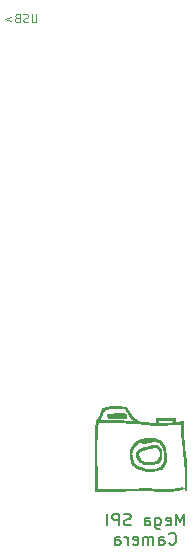
<source format=gbr>
%TF.GenerationSoftware,KiCad,Pcbnew,7.0.9*%
%TF.CreationDate,2024-01-28T12:44:50+11:00*%
%TF.ProjectId,Camera-Wing-SHIM,43616d65-7261-42d5-9769-6e672d534849,rev?*%
%TF.SameCoordinates,Original*%
%TF.FileFunction,Legend,Bot*%
%TF.FilePolarity,Positive*%
%FSLAX46Y46*%
G04 Gerber Fmt 4.6, Leading zero omitted, Abs format (unit mm)*
G04 Created by KiCad (PCBNEW 7.0.9) date 2024-01-28 12:44:50*
%MOMM*%
%LPD*%
G01*
G04 APERTURE LIST*
%ADD10C,0.100000*%
%ADD11C,0.200000*%
G04 APERTURE END LIST*
D10*
X85637544Y-79628633D02*
X85637544Y-80195300D01*
X85637544Y-80195300D02*
X85604211Y-80261966D01*
X85604211Y-80261966D02*
X85570877Y-80295300D01*
X85570877Y-80295300D02*
X85504211Y-80328633D01*
X85504211Y-80328633D02*
X85370877Y-80328633D01*
X85370877Y-80328633D02*
X85304211Y-80295300D01*
X85304211Y-80295300D02*
X85270877Y-80261966D01*
X85270877Y-80261966D02*
X85237544Y-80195300D01*
X85237544Y-80195300D02*
X85237544Y-79628633D01*
X84937544Y-80295300D02*
X84837544Y-80328633D01*
X84837544Y-80328633D02*
X84670878Y-80328633D01*
X84670878Y-80328633D02*
X84604211Y-80295300D01*
X84604211Y-80295300D02*
X84570878Y-80261966D01*
X84570878Y-80261966D02*
X84537544Y-80195300D01*
X84537544Y-80195300D02*
X84537544Y-80128633D01*
X84537544Y-80128633D02*
X84570878Y-80061966D01*
X84570878Y-80061966D02*
X84604211Y-80028633D01*
X84604211Y-80028633D02*
X84670878Y-79995300D01*
X84670878Y-79995300D02*
X84804211Y-79961966D01*
X84804211Y-79961966D02*
X84870878Y-79928633D01*
X84870878Y-79928633D02*
X84904211Y-79895300D01*
X84904211Y-79895300D02*
X84937544Y-79828633D01*
X84937544Y-79828633D02*
X84937544Y-79761966D01*
X84937544Y-79761966D02*
X84904211Y-79695300D01*
X84904211Y-79695300D02*
X84870878Y-79661966D01*
X84870878Y-79661966D02*
X84804211Y-79628633D01*
X84804211Y-79628633D02*
X84637544Y-79628633D01*
X84637544Y-79628633D02*
X84537544Y-79661966D01*
X84004211Y-79961966D02*
X83904211Y-79995300D01*
X83904211Y-79995300D02*
X83870877Y-80028633D01*
X83870877Y-80028633D02*
X83837544Y-80095300D01*
X83837544Y-80095300D02*
X83837544Y-80195300D01*
X83837544Y-80195300D02*
X83870877Y-80261966D01*
X83870877Y-80261966D02*
X83904211Y-80295300D01*
X83904211Y-80295300D02*
X83970877Y-80328633D01*
X83970877Y-80328633D02*
X84237544Y-80328633D01*
X84237544Y-80328633D02*
X84237544Y-79628633D01*
X84237544Y-79628633D02*
X84004211Y-79628633D01*
X84004211Y-79628633D02*
X83937544Y-79661966D01*
X83937544Y-79661966D02*
X83904211Y-79695300D01*
X83904211Y-79695300D02*
X83870877Y-79761966D01*
X83870877Y-79761966D02*
X83870877Y-79828633D01*
X83870877Y-79828633D02*
X83904211Y-79895300D01*
X83904211Y-79895300D02*
X83937544Y-79928633D01*
X83937544Y-79928633D02*
X84004211Y-79961966D01*
X84004211Y-79961966D02*
X84237544Y-79961966D01*
X83537544Y-79861966D02*
X83004211Y-80061966D01*
X83004211Y-80061966D02*
X83537544Y-80261966D01*
D11*
X98148904Y-122935219D02*
X98148904Y-121935219D01*
X98148904Y-121935219D02*
X97815571Y-122649504D01*
X97815571Y-122649504D02*
X97482238Y-121935219D01*
X97482238Y-121935219D02*
X97482238Y-122935219D01*
X96625095Y-122887600D02*
X96720333Y-122935219D01*
X96720333Y-122935219D02*
X96910809Y-122935219D01*
X96910809Y-122935219D02*
X97006047Y-122887600D01*
X97006047Y-122887600D02*
X97053666Y-122792361D01*
X97053666Y-122792361D02*
X97053666Y-122411409D01*
X97053666Y-122411409D02*
X97006047Y-122316171D01*
X97006047Y-122316171D02*
X96910809Y-122268552D01*
X96910809Y-122268552D02*
X96720333Y-122268552D01*
X96720333Y-122268552D02*
X96625095Y-122316171D01*
X96625095Y-122316171D02*
X96577476Y-122411409D01*
X96577476Y-122411409D02*
X96577476Y-122506647D01*
X96577476Y-122506647D02*
X97053666Y-122601885D01*
X95720333Y-122268552D02*
X95720333Y-123078076D01*
X95720333Y-123078076D02*
X95767952Y-123173314D01*
X95767952Y-123173314D02*
X95815571Y-123220933D01*
X95815571Y-123220933D02*
X95910809Y-123268552D01*
X95910809Y-123268552D02*
X96053666Y-123268552D01*
X96053666Y-123268552D02*
X96148904Y-123220933D01*
X95720333Y-122887600D02*
X95815571Y-122935219D01*
X95815571Y-122935219D02*
X96006047Y-122935219D01*
X96006047Y-122935219D02*
X96101285Y-122887600D01*
X96101285Y-122887600D02*
X96148904Y-122839980D01*
X96148904Y-122839980D02*
X96196523Y-122744742D01*
X96196523Y-122744742D02*
X96196523Y-122459028D01*
X96196523Y-122459028D02*
X96148904Y-122363790D01*
X96148904Y-122363790D02*
X96101285Y-122316171D01*
X96101285Y-122316171D02*
X96006047Y-122268552D01*
X96006047Y-122268552D02*
X95815571Y-122268552D01*
X95815571Y-122268552D02*
X95720333Y-122316171D01*
X94815571Y-122935219D02*
X94815571Y-122411409D01*
X94815571Y-122411409D02*
X94863190Y-122316171D01*
X94863190Y-122316171D02*
X94958428Y-122268552D01*
X94958428Y-122268552D02*
X95148904Y-122268552D01*
X95148904Y-122268552D02*
X95244142Y-122316171D01*
X94815571Y-122887600D02*
X94910809Y-122935219D01*
X94910809Y-122935219D02*
X95148904Y-122935219D01*
X95148904Y-122935219D02*
X95244142Y-122887600D01*
X95244142Y-122887600D02*
X95291761Y-122792361D01*
X95291761Y-122792361D02*
X95291761Y-122697123D01*
X95291761Y-122697123D02*
X95244142Y-122601885D01*
X95244142Y-122601885D02*
X95148904Y-122554266D01*
X95148904Y-122554266D02*
X94910809Y-122554266D01*
X94910809Y-122554266D02*
X94815571Y-122506647D01*
X93625094Y-122887600D02*
X93482237Y-122935219D01*
X93482237Y-122935219D02*
X93244142Y-122935219D01*
X93244142Y-122935219D02*
X93148904Y-122887600D01*
X93148904Y-122887600D02*
X93101285Y-122839980D01*
X93101285Y-122839980D02*
X93053666Y-122744742D01*
X93053666Y-122744742D02*
X93053666Y-122649504D01*
X93053666Y-122649504D02*
X93101285Y-122554266D01*
X93101285Y-122554266D02*
X93148904Y-122506647D01*
X93148904Y-122506647D02*
X93244142Y-122459028D01*
X93244142Y-122459028D02*
X93434618Y-122411409D01*
X93434618Y-122411409D02*
X93529856Y-122363790D01*
X93529856Y-122363790D02*
X93577475Y-122316171D01*
X93577475Y-122316171D02*
X93625094Y-122220933D01*
X93625094Y-122220933D02*
X93625094Y-122125695D01*
X93625094Y-122125695D02*
X93577475Y-122030457D01*
X93577475Y-122030457D02*
X93529856Y-121982838D01*
X93529856Y-121982838D02*
X93434618Y-121935219D01*
X93434618Y-121935219D02*
X93196523Y-121935219D01*
X93196523Y-121935219D02*
X93053666Y-121982838D01*
X92625094Y-122935219D02*
X92625094Y-121935219D01*
X92625094Y-121935219D02*
X92244142Y-121935219D01*
X92244142Y-121935219D02*
X92148904Y-121982838D01*
X92148904Y-121982838D02*
X92101285Y-122030457D01*
X92101285Y-122030457D02*
X92053666Y-122125695D01*
X92053666Y-122125695D02*
X92053666Y-122268552D01*
X92053666Y-122268552D02*
X92101285Y-122363790D01*
X92101285Y-122363790D02*
X92148904Y-122411409D01*
X92148904Y-122411409D02*
X92244142Y-122459028D01*
X92244142Y-122459028D02*
X92625094Y-122459028D01*
X91625094Y-122935219D02*
X91625094Y-121935219D01*
X96887000Y-124449980D02*
X96934619Y-124497600D01*
X96934619Y-124497600D02*
X97077476Y-124545219D01*
X97077476Y-124545219D02*
X97172714Y-124545219D01*
X97172714Y-124545219D02*
X97315571Y-124497600D01*
X97315571Y-124497600D02*
X97410809Y-124402361D01*
X97410809Y-124402361D02*
X97458428Y-124307123D01*
X97458428Y-124307123D02*
X97506047Y-124116647D01*
X97506047Y-124116647D02*
X97506047Y-123973790D01*
X97506047Y-123973790D02*
X97458428Y-123783314D01*
X97458428Y-123783314D02*
X97410809Y-123688076D01*
X97410809Y-123688076D02*
X97315571Y-123592838D01*
X97315571Y-123592838D02*
X97172714Y-123545219D01*
X97172714Y-123545219D02*
X97077476Y-123545219D01*
X97077476Y-123545219D02*
X96934619Y-123592838D01*
X96934619Y-123592838D02*
X96887000Y-123640457D01*
X96029857Y-124545219D02*
X96029857Y-124021409D01*
X96029857Y-124021409D02*
X96077476Y-123926171D01*
X96077476Y-123926171D02*
X96172714Y-123878552D01*
X96172714Y-123878552D02*
X96363190Y-123878552D01*
X96363190Y-123878552D02*
X96458428Y-123926171D01*
X96029857Y-124497600D02*
X96125095Y-124545219D01*
X96125095Y-124545219D02*
X96363190Y-124545219D01*
X96363190Y-124545219D02*
X96458428Y-124497600D01*
X96458428Y-124497600D02*
X96506047Y-124402361D01*
X96506047Y-124402361D02*
X96506047Y-124307123D01*
X96506047Y-124307123D02*
X96458428Y-124211885D01*
X96458428Y-124211885D02*
X96363190Y-124164266D01*
X96363190Y-124164266D02*
X96125095Y-124164266D01*
X96125095Y-124164266D02*
X96029857Y-124116647D01*
X95553666Y-124545219D02*
X95553666Y-123878552D01*
X95553666Y-123973790D02*
X95506047Y-123926171D01*
X95506047Y-123926171D02*
X95410809Y-123878552D01*
X95410809Y-123878552D02*
X95267952Y-123878552D01*
X95267952Y-123878552D02*
X95172714Y-123926171D01*
X95172714Y-123926171D02*
X95125095Y-124021409D01*
X95125095Y-124021409D02*
X95125095Y-124545219D01*
X95125095Y-124021409D02*
X95077476Y-123926171D01*
X95077476Y-123926171D02*
X94982238Y-123878552D01*
X94982238Y-123878552D02*
X94839381Y-123878552D01*
X94839381Y-123878552D02*
X94744142Y-123926171D01*
X94744142Y-123926171D02*
X94696523Y-124021409D01*
X94696523Y-124021409D02*
X94696523Y-124545219D01*
X93839381Y-124497600D02*
X93934619Y-124545219D01*
X93934619Y-124545219D02*
X94125095Y-124545219D01*
X94125095Y-124545219D02*
X94220333Y-124497600D01*
X94220333Y-124497600D02*
X94267952Y-124402361D01*
X94267952Y-124402361D02*
X94267952Y-124021409D01*
X94267952Y-124021409D02*
X94220333Y-123926171D01*
X94220333Y-123926171D02*
X94125095Y-123878552D01*
X94125095Y-123878552D02*
X93934619Y-123878552D01*
X93934619Y-123878552D02*
X93839381Y-123926171D01*
X93839381Y-123926171D02*
X93791762Y-124021409D01*
X93791762Y-124021409D02*
X93791762Y-124116647D01*
X93791762Y-124116647D02*
X94267952Y-124211885D01*
X93363190Y-124545219D02*
X93363190Y-123878552D01*
X93363190Y-124069028D02*
X93315571Y-123973790D01*
X93315571Y-123973790D02*
X93267952Y-123926171D01*
X93267952Y-123926171D02*
X93172714Y-123878552D01*
X93172714Y-123878552D02*
X93077476Y-123878552D01*
X92315571Y-124545219D02*
X92315571Y-124021409D01*
X92315571Y-124021409D02*
X92363190Y-123926171D01*
X92363190Y-123926171D02*
X92458428Y-123878552D01*
X92458428Y-123878552D02*
X92648904Y-123878552D01*
X92648904Y-123878552D02*
X92744142Y-123926171D01*
X92315571Y-124497600D02*
X92410809Y-124545219D01*
X92410809Y-124545219D02*
X92648904Y-124545219D01*
X92648904Y-124545219D02*
X92744142Y-124497600D01*
X92744142Y-124497600D02*
X92791761Y-124402361D01*
X92791761Y-124402361D02*
X92791761Y-124307123D01*
X92791761Y-124307123D02*
X92744142Y-124211885D01*
X92744142Y-124211885D02*
X92648904Y-124164266D01*
X92648904Y-124164266D02*
X92410809Y-124164266D01*
X92410809Y-124164266D02*
X92315571Y-124116647D01*
%TO.C,G\u002A\u002A\u002A*%
G36*
X92972094Y-113443184D02*
G01*
X93118628Y-113452204D01*
X93219503Y-113471047D01*
X93282098Y-113502760D01*
X93313794Y-113550389D01*
X93321974Y-113616979D01*
X93314018Y-113705577D01*
X93305360Y-113764394D01*
X93290019Y-113848184D01*
X93277770Y-113891506D01*
X93262347Y-113895835D01*
X93191805Y-113901487D01*
X93072487Y-113905653D01*
X92913351Y-113908148D01*
X92723357Y-113908786D01*
X92511462Y-113907381D01*
X91759625Y-113898875D01*
X91749891Y-113814795D01*
X91732443Y-113758923D01*
X91676117Y-113713969D01*
X91668892Y-113711900D01*
X91626848Y-113679006D01*
X91622351Y-113607935D01*
X91629388Y-113567443D01*
X91648336Y-113537603D01*
X91691571Y-113517193D01*
X91771992Y-113500385D01*
X91902500Y-113481350D01*
X91939942Y-113476690D01*
X92087822Y-113463543D01*
X92272668Y-113452568D01*
X92474554Y-113444801D01*
X92673555Y-113441276D01*
X92772518Y-113440943D01*
X92972094Y-113443184D01*
G37*
G36*
X96307581Y-116828811D02*
G01*
X96310485Y-117029205D01*
X96281224Y-117267247D01*
X96212289Y-117460931D01*
X96102686Y-117614068D01*
X96036280Y-117675154D01*
X95959036Y-117715452D01*
X95861785Y-117727165D01*
X95845689Y-117727727D01*
X95725540Y-117743222D01*
X95617250Y-117772375D01*
X95533983Y-117792490D01*
X95401586Y-117807771D01*
X95242714Y-117816177D01*
X95075275Y-117817586D01*
X94917175Y-117811876D01*
X94786319Y-117798927D01*
X94700615Y-117778614D01*
X94636001Y-117742738D01*
X94547802Y-117680853D01*
X94453999Y-117606501D01*
X94369069Y-117531798D01*
X94307493Y-117468859D01*
X94283750Y-117429801D01*
X94278696Y-117414025D01*
X94244440Y-117356499D01*
X94188500Y-117280250D01*
X94175997Y-117264280D01*
X94131351Y-117198624D01*
X94106431Y-117133492D01*
X94095607Y-117047565D01*
X94093250Y-116919522D01*
X94093250Y-116912982D01*
X94317500Y-116912982D01*
X94336040Y-117006765D01*
X94410750Y-117121500D01*
X94442049Y-117162000D01*
X94487950Y-117226298D01*
X94506000Y-117259370D01*
X94506379Y-117263113D01*
X94536451Y-117310216D01*
X94604254Y-117376172D01*
X94695160Y-117448113D01*
X94794540Y-117513174D01*
X94806363Y-117519960D01*
X94907700Y-117567941D01*
X95009887Y-117590645D01*
X95143790Y-117595334D01*
X95240643Y-117590249D01*
X95365564Y-117573705D01*
X95458500Y-117550125D01*
X95469720Y-117546023D01*
X95583063Y-117517780D01*
X95700233Y-117504915D01*
X95785535Y-117493771D01*
X95891044Y-117438772D01*
X95974401Y-117332699D01*
X96041498Y-117169765D01*
X96075017Y-117019930D01*
X96077969Y-116823627D01*
X96034951Y-116645328D01*
X95949119Y-116496350D01*
X95823625Y-116388011D01*
X95806355Y-116378307D01*
X95681659Y-116333631D01*
X95578550Y-116343359D01*
X95503206Y-116407125D01*
X95496997Y-116416326D01*
X95453727Y-116460912D01*
X95391476Y-116482151D01*
X95288161Y-116488392D01*
X95225815Y-116489992D01*
X94945541Y-116523827D01*
X94696964Y-116603866D01*
X94466313Y-116734229D01*
X94455611Y-116741742D01*
X94356801Y-116828519D01*
X94317500Y-116912982D01*
X94093250Y-116912982D01*
X94093250Y-116679057D01*
X94272413Y-116543787D01*
X94277973Y-116539599D01*
X94423837Y-116439385D01*
X94560447Y-116370515D01*
X94712045Y-116323128D01*
X94902875Y-116287365D01*
X94906858Y-116286753D01*
X95021617Y-116263726D01*
X95111634Y-116236034D01*
X95157726Y-116209534D01*
X95166073Y-116200764D01*
X95228103Y-116165259D01*
X95316476Y-116136262D01*
X95319737Y-116135517D01*
X95421951Y-116119528D01*
X95545851Y-116110087D01*
X95674467Y-116107166D01*
X95790824Y-116110739D01*
X95877952Y-116120776D01*
X95918875Y-116137250D01*
X95935898Y-116152941D01*
X95994184Y-116169000D01*
X96044619Y-116186503D01*
X96118888Y-116247539D01*
X96192176Y-116337038D01*
X96249242Y-116438875D01*
X96257472Y-116462941D01*
X96277571Y-116557419D01*
X96295303Y-116686252D01*
X96307135Y-116823627D01*
X96307581Y-116828811D01*
G37*
G36*
X96686629Y-117417557D02*
G01*
X96663032Y-117598603D01*
X96618956Y-117747186D01*
X96549795Y-117878618D01*
X96450944Y-118008210D01*
X96347097Y-118116892D01*
X96239283Y-118198996D01*
X96108460Y-118265948D01*
X95934750Y-118330144D01*
X95924662Y-118333327D01*
X95804853Y-118358236D01*
X95643706Y-118376566D01*
X95458590Y-118387918D01*
X95266869Y-118391894D01*
X95085912Y-118388096D01*
X94933085Y-118376125D01*
X94825755Y-118355583D01*
X94732465Y-118325411D01*
X94433536Y-118218905D01*
X94182067Y-118113009D01*
X93981131Y-118009448D01*
X93833802Y-117909949D01*
X93743150Y-117816238D01*
X93712250Y-117730041D01*
X93708624Y-117699657D01*
X93682411Y-117643787D01*
X93679662Y-117640725D01*
X93650457Y-117577280D01*
X93621540Y-117465946D01*
X93595151Y-117320928D01*
X93573527Y-117156430D01*
X93558906Y-116986657D01*
X93553681Y-116830444D01*
X93775776Y-116830444D01*
X93775868Y-116840534D01*
X93783580Y-116948071D01*
X93801309Y-117078497D01*
X93825668Y-117214608D01*
X93853271Y-117339203D01*
X93880731Y-117435080D01*
X93904661Y-117485037D01*
X93917912Y-117503960D01*
X93934500Y-117568020D01*
X93938896Y-117599081D01*
X93990596Y-117681481D01*
X94101490Y-117768776D01*
X94272863Y-117861851D01*
X94506000Y-117961591D01*
X94545895Y-117977210D01*
X94649575Y-118017984D01*
X94728250Y-118049165D01*
X94751622Y-118058114D01*
X94844797Y-118090701D01*
X94950500Y-118124727D01*
X95086865Y-118151990D01*
X95268330Y-118165147D01*
X95462878Y-118162347D01*
X95645671Y-118144009D01*
X95791875Y-118110550D01*
X95937570Y-118047793D01*
X96088780Y-117959109D01*
X96219112Y-117860123D01*
X96308381Y-117764363D01*
X96364224Y-117671671D01*
X96446406Y-117448481D01*
X96474500Y-117201134D01*
X96468290Y-117070546D01*
X96445951Y-116885650D01*
X96411414Y-116695531D01*
X96368969Y-116523096D01*
X96322902Y-116391250D01*
X96273173Y-116282339D01*
X96203716Y-116145653D01*
X96140532Y-116051023D01*
X96073850Y-115987584D01*
X95993902Y-115944471D01*
X95890918Y-115910819D01*
X95819168Y-115899061D01*
X95682254Y-115893774D01*
X95514632Y-115898972D01*
X95334253Y-115913147D01*
X95159069Y-115934789D01*
X95007032Y-115962390D01*
X94896095Y-115994440D01*
X94834398Y-116016659D01*
X94715805Y-116037542D01*
X94638683Y-116011938D01*
X94601455Y-115939554D01*
X94585375Y-115852984D01*
X94442500Y-115923679D01*
X94401436Y-115946318D01*
X94274155Y-116037274D01*
X94138629Y-116157623D01*
X94010382Y-116291606D01*
X93904941Y-116423465D01*
X93837829Y-116537440D01*
X93823666Y-116574399D01*
X93789451Y-116705944D01*
X93775776Y-116830444D01*
X93553681Y-116830444D01*
X93553526Y-116825813D01*
X93554001Y-116740172D01*
X93559051Y-116611102D01*
X93572541Y-116514797D01*
X93598034Y-116430998D01*
X93639093Y-116339450D01*
X93661783Y-116296394D01*
X93786578Y-116119028D01*
X93950532Y-115950333D01*
X94138098Y-115802937D01*
X94333728Y-115689465D01*
X94521875Y-115622543D01*
X94529715Y-115620816D01*
X94653927Y-115593181D01*
X94775875Y-115565681D01*
X94780149Y-115564756D01*
X94864761Y-115553730D01*
X94994618Y-115544535D01*
X95152812Y-115538106D01*
X95322436Y-115535382D01*
X95458275Y-115535364D01*
X95593672Y-115537838D01*
X95690012Y-115544939D01*
X95761242Y-115558604D01*
X95821312Y-115580770D01*
X95884172Y-115613375D01*
X95935711Y-115640625D01*
X96018912Y-115678064D01*
X96071034Y-115692750D01*
X96094221Y-115698486D01*
X96162644Y-115732744D01*
X96246692Y-115787623D01*
X96271057Y-115806570D01*
X96390184Y-115940107D01*
X96493709Y-116125162D01*
X96578756Y-116352671D01*
X96642452Y-116613569D01*
X96681921Y-116898789D01*
X96694290Y-117199266D01*
X96694224Y-117201134D01*
X96686629Y-117417557D01*
G37*
G36*
X94294732Y-114093529D02*
G01*
X94324900Y-114111411D01*
X94381429Y-114126603D01*
X94473513Y-114141474D01*
X94610347Y-114158391D01*
X94801123Y-114179722D01*
X94887501Y-114189259D01*
X95085511Y-114211250D01*
X95274279Y-114232375D01*
X95435846Y-114250622D01*
X95552250Y-114263973D01*
X95571328Y-114266148D01*
X95684910Y-114277005D01*
X95769864Y-114281656D01*
X95809020Y-114279090D01*
X95814500Y-114258922D01*
X95811735Y-114190932D01*
X95808296Y-114166876D01*
X96061750Y-114166876D01*
X96068538Y-114235102D01*
X96085563Y-114271141D01*
X96086291Y-114271424D01*
X96130443Y-114274170D01*
X96223714Y-114272747D01*
X96352647Y-114267889D01*
X96503786Y-114260333D01*
X96663673Y-114250813D01*
X96818853Y-114240065D01*
X96955868Y-114228823D01*
X97061262Y-114217825D01*
X97135414Y-114207527D01*
X97202337Y-114191078D01*
X97229339Y-114166605D01*
X97230441Y-114126543D01*
X97227727Y-114105412D01*
X97221619Y-114087511D01*
X97204897Y-114074513D01*
X97170007Y-114065833D01*
X97109394Y-114060885D01*
X97015504Y-114059083D01*
X96880782Y-114059842D01*
X96697674Y-114062574D01*
X96458625Y-114066696D01*
X96061750Y-114073500D01*
X96061750Y-114166876D01*
X95808296Y-114166876D01*
X95797887Y-114094078D01*
X95787091Y-114024015D01*
X95779282Y-113932185D01*
X95783149Y-113878446D01*
X95796186Y-113866442D01*
X95834401Y-113855561D01*
X95903693Y-113847406D01*
X96010544Y-113841642D01*
X96161437Y-113837938D01*
X96362855Y-113835960D01*
X96621282Y-113835375D01*
X97442875Y-113835375D01*
X97452472Y-114002062D01*
X97458517Y-114077285D01*
X97472002Y-114126543D01*
X97474021Y-114133917D01*
X97508897Y-114163075D01*
X97573747Y-114167959D01*
X97679173Y-114151767D01*
X97835777Y-114117697D01*
X97845075Y-114115621D01*
X97961612Y-114093544D01*
X98055927Y-114082371D01*
X98108366Y-114084498D01*
X98115919Y-114088811D01*
X98129738Y-114110777D01*
X98138937Y-114156062D01*
X98143865Y-114232690D01*
X98144871Y-114348684D01*
X98142306Y-114512067D01*
X98136517Y-114730862D01*
X98131255Y-114937100D01*
X98128994Y-115125256D01*
X98131232Y-115271625D01*
X98138420Y-115387771D01*
X98151008Y-115485260D01*
X98169448Y-115575657D01*
X98193051Y-115690725D01*
X98213060Y-115825009D01*
X98220751Y-115929825D01*
X98221967Y-115974207D01*
X98230630Y-116102012D01*
X98246834Y-116279445D01*
X98269652Y-116497834D01*
X98298156Y-116748505D01*
X98331419Y-117022785D01*
X98368514Y-117312000D01*
X98381363Y-117421255D01*
X98394683Y-117573389D01*
X98405137Y-117749512D01*
X98413006Y-117957523D01*
X98418577Y-118205322D01*
X98422134Y-118500806D01*
X98423961Y-118851875D01*
X98427125Y-119994875D01*
X98331875Y-119994875D01*
X98236625Y-119994875D01*
X98216239Y-118915375D01*
X98213830Y-118796342D01*
X98204458Y-118439043D01*
X98192764Y-118122035D01*
X98179028Y-117851117D01*
X98163528Y-117632089D01*
X98146545Y-117470750D01*
X98139719Y-117418944D01*
X98117233Y-117235874D01*
X98092528Y-117020171D01*
X98068155Y-116794556D01*
X98046668Y-116581750D01*
X98037001Y-116484198D01*
X98016128Y-116287340D01*
X97994856Y-116102166D01*
X97975200Y-115945865D01*
X97959175Y-115835625D01*
X97947541Y-115742848D01*
X97934683Y-115593933D01*
X97922635Y-115409960D01*
X97912357Y-115205787D01*
X97904814Y-114996275D01*
X97887375Y-114379175D01*
X97686102Y-114387449D01*
X97597106Y-114392691D01*
X97447948Y-114406416D01*
X97320977Y-114423387D01*
X97307976Y-114425400D01*
X97214187Y-114436151D01*
X97072125Y-114448904D01*
X96894192Y-114462686D01*
X96692790Y-114476520D01*
X96480318Y-114489435D01*
X96272659Y-114500573D01*
X96087458Y-114508277D01*
X95921915Y-114511483D01*
X95764229Y-114509643D01*
X95602599Y-114502204D01*
X95425225Y-114488616D01*
X95220305Y-114468328D01*
X94976039Y-114440791D01*
X94680625Y-114405452D01*
X94584052Y-114394674D01*
X94390611Y-114376242D01*
X94167131Y-114357783D01*
X93934161Y-114340954D01*
X93712250Y-114327410D01*
X93562640Y-114318845D01*
X93345330Y-114304999D01*
X93137722Y-114290297D01*
X92957726Y-114276029D01*
X92823250Y-114263480D01*
X92757099Y-114257678D01*
X92606352Y-114248521D01*
X92413382Y-114240092D01*
X92191353Y-114232861D01*
X91953428Y-114227297D01*
X91712772Y-114223870D01*
X90903919Y-114216375D01*
X90857079Y-114581500D01*
X90851612Y-114633408D01*
X90841800Y-114780316D01*
X90833319Y-114980462D01*
X90826189Y-115227043D01*
X90820432Y-115513255D01*
X90816068Y-115832295D01*
X90813120Y-116177357D01*
X90811608Y-116541640D01*
X90811555Y-116918338D01*
X90812980Y-117300648D01*
X90815907Y-117681767D01*
X90820355Y-118054890D01*
X90826346Y-118413214D01*
X90833902Y-118749935D01*
X90843044Y-119058250D01*
X90870625Y-119867875D01*
X91553250Y-119866652D01*
X91606532Y-119866447D01*
X91808381Y-119864444D01*
X92058855Y-119860555D01*
X92346759Y-119855023D01*
X92660896Y-119848090D01*
X92990071Y-119839999D01*
X93323088Y-119830991D01*
X93648750Y-119821310D01*
X93796843Y-119816735D01*
X94131937Y-119806933D01*
X94415388Y-119799724D01*
X94655666Y-119795113D01*
X94861237Y-119793103D01*
X95040569Y-119793699D01*
X95202131Y-119796903D01*
X95354391Y-119802720D01*
X95505817Y-119811153D01*
X95664875Y-119822207D01*
X95812750Y-119832697D01*
X96237365Y-119855355D01*
X96611348Y-119862358D01*
X96943062Y-119853325D01*
X97240866Y-119827874D01*
X97513121Y-119785624D01*
X97768189Y-119726192D01*
X97781605Y-119722540D01*
X97932635Y-119685566D01*
X98033399Y-119672742D01*
X98092447Y-119685774D01*
X98118328Y-119726365D01*
X98119591Y-119796219D01*
X98113521Y-119840633D01*
X98096326Y-119877985D01*
X98056168Y-119906156D01*
X97980212Y-119933522D01*
X97855625Y-119968457D01*
X97845484Y-119971170D01*
X97693781Y-120005447D01*
X97538280Y-120031209D01*
X97411125Y-120043060D01*
X97326946Y-120047737D01*
X97216569Y-120060007D01*
X97141250Y-120075813D01*
X97103444Y-120083069D01*
X97000491Y-120090439D01*
X96850835Y-120093806D01*
X96664459Y-120093381D01*
X96451345Y-120089376D01*
X96221474Y-120082001D01*
X95984828Y-120071468D01*
X95751389Y-120057988D01*
X95531139Y-120041771D01*
X95470825Y-120036981D01*
X95331544Y-120027931D01*
X95185877Y-120021719D01*
X95025674Y-120018360D01*
X94842785Y-120017868D01*
X94629061Y-120020255D01*
X94376354Y-120025537D01*
X94076513Y-120033726D01*
X93721389Y-120044836D01*
X93417363Y-120054097D01*
X93067050Y-120063431D01*
X92709505Y-120071741D01*
X92358866Y-120078746D01*
X92029269Y-120084165D01*
X91734851Y-120087717D01*
X91489750Y-120089123D01*
X90584875Y-120090125D01*
X90600308Y-119931375D01*
X90604553Y-119857787D01*
X90607971Y-119728724D01*
X90609960Y-119561981D01*
X90610366Y-119371037D01*
X90609035Y-119169375D01*
X90602913Y-118612230D01*
X90596848Y-118042757D01*
X90591649Y-117531068D01*
X90587309Y-117074139D01*
X90583821Y-116668947D01*
X90581180Y-116312470D01*
X90579379Y-116001683D01*
X90578413Y-115733564D01*
X90578274Y-115505090D01*
X90578956Y-115313237D01*
X90580454Y-115154983D01*
X90582761Y-115027304D01*
X90585871Y-114927176D01*
X90589778Y-114851578D01*
X90594475Y-114797485D01*
X90599956Y-114761874D01*
X90604948Y-114736602D01*
X90623188Y-114616600D01*
X90640327Y-114467191D01*
X90653215Y-114314813D01*
X90660882Y-114210609D01*
X90673059Y-114105555D01*
X90691057Y-114036310D01*
X90719661Y-113986651D01*
X90745318Y-113959651D01*
X91108750Y-113959651D01*
X91133271Y-113962669D01*
X91213425Y-113967165D01*
X91341180Y-113972545D01*
X91508162Y-113978491D01*
X91705997Y-113984684D01*
X91926313Y-113990803D01*
X92095363Y-113995687D01*
X92326325Y-114003809D01*
X92540577Y-114012939D01*
X92726424Y-114022512D01*
X92872171Y-114031969D01*
X92966125Y-114040747D01*
X93122115Y-114058558D01*
X93292672Y-114073885D01*
X93458357Y-114085199D01*
X93607513Y-114091977D01*
X93728485Y-114093697D01*
X93809616Y-114089837D01*
X93839250Y-114079874D01*
X93821013Y-114044199D01*
X93771882Y-113991108D01*
X93746767Y-113966226D01*
X93679159Y-113889538D01*
X93598451Y-113790370D01*
X93518360Y-113686299D01*
X93452605Y-113594900D01*
X93414906Y-113533750D01*
X93388651Y-113482285D01*
X93315949Y-113366394D01*
X93210494Y-113228048D01*
X93105612Y-113098258D01*
X92527869Y-113081268D01*
X92440690Y-113078849D01*
X92238287Y-113075011D01*
X92086614Y-113075689D01*
X91976381Y-113081252D01*
X91898294Y-113092070D01*
X91843061Y-113108514D01*
X91839635Y-113109911D01*
X91739162Y-113140214D01*
X91646690Y-113152749D01*
X91599153Y-113153901D01*
X91501685Y-113171194D01*
X91431960Y-113217987D01*
X91377785Y-113305408D01*
X91326970Y-113444584D01*
X91280695Y-113578812D01*
X91228103Y-113712029D01*
X91181288Y-113813242D01*
X91156786Y-113859967D01*
X91122293Y-113928465D01*
X91108750Y-113959651D01*
X90745318Y-113959651D01*
X90763657Y-113940352D01*
X90781328Y-113923341D01*
X90833684Y-113866605D01*
X90854750Y-113832738D01*
X90861764Y-113812634D01*
X90894077Y-113749767D01*
X90943772Y-113664261D01*
X90992867Y-113571961D01*
X91053205Y-113435806D01*
X91103728Y-113299221D01*
X91131238Y-113215274D01*
X91173496Y-113097783D01*
X91211038Y-113023568D01*
X91252991Y-112981261D01*
X91308484Y-112959496D01*
X91386646Y-112946904D01*
X91427514Y-112940901D01*
X91564295Y-112914006D01*
X91694088Y-112880743D01*
X91718817Y-112873872D01*
X91787095Y-112860201D01*
X91872678Y-112851117D01*
X91984787Y-112846352D01*
X92132645Y-112845641D01*
X92325476Y-112848715D01*
X92572500Y-112855308D01*
X93294201Y-112876823D01*
X93400038Y-113020565D01*
X93429784Y-113061113D01*
X93532231Y-113204348D01*
X93600142Y-113306726D01*
X93638051Y-113375000D01*
X93652660Y-113401416D01*
X93706146Y-113480256D01*
X93781543Y-113581007D01*
X93865551Y-113686692D01*
X93944869Y-113780331D01*
X94006198Y-113844948D01*
X94086304Y-113902317D01*
X94176413Y-113942296D01*
X94246059Y-113976511D01*
X94277248Y-114044804D01*
X94281732Y-114070589D01*
X94286994Y-114079874D01*
X94294732Y-114093529D01*
G37*
%TD*%
M02*

</source>
